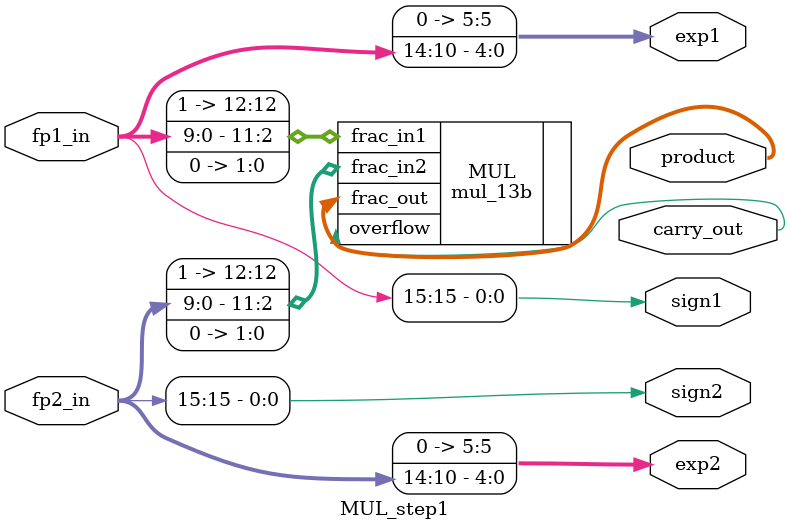
<source format=sv>



//
//Module Summary:
//    First step of multiplication in three-step pipeline.
//    multiplies fraction from fp16 value - padded to 13 bits
//
//Inputs:
//    fp1/2     - single precision floating points
//Outputs:
//    sign1/2   - signs of floating points
//    exp1/2    - exponents of floating points
//    product   - result of fraction multiplication
//    carry_out - signal if there is a carry out of the multiplication

module MUL_step1 (
    input  [15:0] fp1_in,
    input  [15:0] fp2_in,
    output        sign1,
    output        sign2,
    output [ 5:0] exp1,
    output [ 5:0] exp2,
    output [25:0] product,
    output        carry_out
);

    assign sign1 = fp1_in[15];
    assign sign2 = fp2_in[15];
    assign exp1  = fp1_in[14:10];
    assign exp2  = fp2_in[14:10];

    mul_13b MUL (
        .frac_in1({1'b1, fp1_in[9:0], 2'b00}),
        .frac_in2({1'b1, fp2_in[9:0], 2'b00}),
        .frac_out(product),
        .overflow(carry_out)
    );

endmodule  // MUL_step1




</source>
